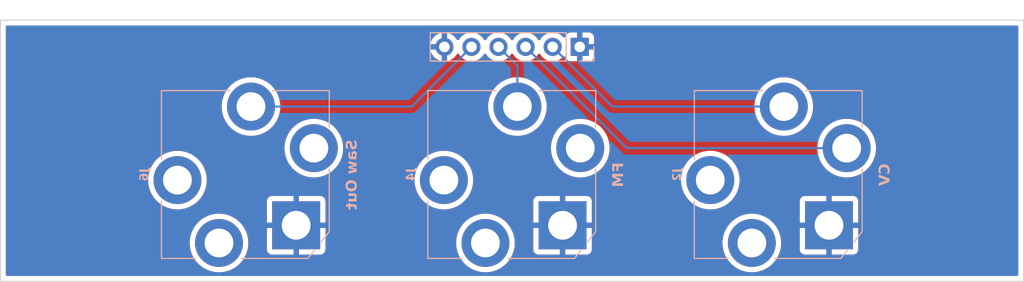
<source format=kicad_pcb>
(kicad_pcb (version 20241229) (generator "pcbnew") (generator_version "9.0")
  (layers (0 "F.Cu" signal) (2 "B.Cu" signal) (13 "F.Paste" user) (15 "B.Paste" user) (5 "F.SilkS" user "F.Silkscreen") (7 "B.SilkS" user "B.Silkscreen") (1 "F.Mask" user) (3 "B.Mask" user) (25 "Edge.Cuts" user))
  (net 0 "")
  (net 1 "GND")
  (net 4 "Net-(J3-Pin_3)")
  (net 5 "Net-(J3-Pin_2)")
  (net 6 "Net-(J3-Pin_4)")
  (net 7 "Net-(J3-Pin_5)")
  (footprint "AO_tht:PinHeader_1x06_P2.54mm_Vertical_Centered" (layer "B.Cu") (at 106.49 202.76 90)
    (property "Reference" "J3" (hide yes))
    (property "Value" "01x06_Pin")
    (fp_line (start -1.33 -7.68) (end 1.33 -7.68) (stroke (width 0.12)) (layer "B.SilkS"))
    (fp_line (start 1.33 5.08) (end 1.33 -7.68) (stroke (width 0.12)) (layer "B.SilkS"))
    (fp_line (start -1.33 5.08) (end -1.33 -7.68) (stroke (width 0.12)) (layer "B.SilkS"))
    (fp_line (start -1.33 5.08) (end 1.33 5.08) (stroke (width 0.12)) (layer "B.SilkS"))
    (fp_line (start -1.33 6.35) (end -1.33 7.68) (stroke (width 0.12)) (layer "B.SilkS"))
    (fp_line (start -1.33 7.68) (end 0 7.68) (stroke (width 0.12)) (layer "B.SilkS"))
    (pad "1" thru_hole rect (at 0 6.35 90) (size 1.7 1.7) (drill 1) (layers "*.Cu" "*.Mask") (net 1 "GND"))
    (pad "2" thru_hole oval (at 0 3.81 90) (size 1.7 1.7) (drill 1) (layers "*.Cu" "*.Mask") (net 5 "Net-(J3-Pin_2)"))
    (pad "3" thru_hole oval (at 0 1.27 90) (size 1.7 1.7) (drill 1) (layers "*.Cu" "*.Mask") (net 4 "Net-(J3-Pin_3)"))
    (pad "4" thru_hole oval (at 0 -1.27 90) (size 1.7 1.7) (drill 1) (layers "*.Cu" "*.Mask") (net 6 "Net-(J3-Pin_4)"))
    (pad "5" thru_hole oval (at 0 -3.81 90) (size 1.7 1.7) (drill 1) (layers "*.Cu" "*.Mask") (net 7 "Net-(J3-Pin_5)"))
    (pad "6" thru_hole oval (at 0 -6.35 90) (size 1.7 1.7) (drill 1) (layers "*.Cu" "*.Mask") (net 1 "GND"))
  )
  (footprint "AO_tht:Jack_6.35mm_PJ_629HAN" (layer "B.Cu") (at 81.49 214.76 -90)
    (property "Reference" "J6" (at 0 9.5 90) (layer "B.SilkS") (effects (font (size 0.8 0.8) (thickness 0.16) (bold yes)) (justify mirror)))
    (property "Value" "Saw Out" (at 0 -10 90) (layer "B.SilkS") (effects (font (thickness 0.2) (bold yes)) (justify mirror)))
    (fp_line (start -7.9 7.9) (end -1.5 7.9) (stroke (width 0.12)) (layer "B.SilkS"))
    (fp_line (start 2.5 7.9) (end 7.85 7.9) (stroke (width 0.12)) (layer "B.SilkS"))
    (fp_line (start 7.85 7.9) (end 7.85 4.7) (stroke (width 0.12)) (layer "B.SilkS"))
    (fp_line (start -7.9 1.5) (end -7.9 7.9) (stroke (width 0.12)) (layer "B.SilkS"))
    (fp_line (start 7.85 0.4) (end 7.85 -5.8) (stroke (width 0.12)) (layer "B.SilkS"))
    (fp_line (start 7.85 -5.8) (end 7.85 -5.85) (stroke (width 0.12)) (layer "B.SilkS"))
    (fp_line (start 7.85 -5.85) (end 7.11 -6.44) (stroke (width 0.12)) (layer "B.SilkS"))
    (fp_line (start 6.29 -7.09) (end 5.35 -7.85) (stroke (width 0.12)) (layer "B.SilkS"))
    (fp_line (start -7.9 -7.85) (end -7.9 -2.5) (stroke (width 0.12)) (layer "B.SilkS"))
    (fp_line (start -4.5 -7.85) (end -7.9 -7.85) (stroke (width 0.12)) (layer "B.SilkS"))
    (fp_line (start 5.35 -7.85) (end -0.5 -7.85) (stroke (width 0.12)) (layer "B.SilkS"))
    (pad "R" thru_hole circle (at 0.5 6.4 270) (size 4.500001 4.500001) (drill 2.7) (layers "*.Cu" "*.Mask"))
    (pad "RN" thru_hole circle (at 6.4 2.5 270) (size 4.500001 4.500001) (drill 2.7) (layers "*.Cu" "*.Mask"))
    (pad "S" thru_hole rect (at 4.74 -4.74 270) (size 4.500001 4.500001) (drill 2.7) (layers "*.Cu" "*.Mask") (net 1 "GND"))
    (pad "T" thru_hole circle (at -6.4 -0.5 270) (size 4.5 4.5) (drill 2.7) (layers "*.Cu" "*.Mask") (net 7 "Net-(J3-Pin_5)"))
    (pad "TN" thru_hole circle (at -2.5 -6.4 270) (size 4.5 4.5) (drill 2.7) (layers "*.Cu" "*.Mask"))
  )
  (footprint "AO_tht:Jack_6.35mm_PJ_629HAN" (layer "B.Cu") (at 106.49 214.76 -90)
    (property "Reference" "J4" (at 0 9.5 90) (layer "B.SilkS") (effects (font (size 0.8 0.8) (thickness 0.16) (bold yes)) (justify mirror)))
    (property "Value" "FM" (at 0 -10 90) (layer "B.SilkS") (effects (font (thickness 0.2) (bold yes)) (justify mirror)))
    (fp_line (start -7.9 7.9) (end -1.5 7.9) (stroke (width 0.12)) (layer "B.SilkS"))
    (fp_line (start 2.5 7.9) (end 7.85 7.9) (stroke (width 0.12)) (layer "B.SilkS"))
    (fp_line (start 7.85 7.9) (end 7.85 4.7) (stroke (width 0.12)) (layer "B.SilkS"))
    (fp_line (start -7.9 1.5) (end -7.9 7.9) (stroke (width 0.12)) (layer "B.SilkS"))
    (fp_line (start 7.85 0.4) (end 7.85 -5.8) (stroke (width 0.12)) (layer "B.SilkS"))
    (fp_line (start 7.85 -5.8) (end 7.85 -5.85) (stroke (width 0.12)) (layer "B.SilkS"))
    (fp_line (start 7.85 -5.85) (end 7.11 -6.44) (stroke (width 0.12)) (layer "B.SilkS"))
    (fp_line (start 6.29 -7.09) (end 5.35 -7.85) (stroke (width 0.12)) (layer "B.SilkS"))
    (fp_line (start -7.9 -7.85) (end -7.9 -2.5) (stroke (width 0.12)) (layer "B.SilkS"))
    (fp_line (start -4.5 -7.85) (end -7.9 -7.85) (stroke (width 0.12)) (layer "B.SilkS"))
    (fp_line (start 5.35 -7.85) (end -0.5 -7.85) (stroke (width 0.12)) (layer "B.SilkS"))
    (pad "R" thru_hole circle (at 0.5 6.4 270) (size 4.500001 4.500001) (drill 2.7) (layers "*.Cu" "*.Mask"))
    (pad "RN" thru_hole circle (at 6.4 2.5 270) (size 4.500001 4.500001) (drill 2.7) (layers "*.Cu" "*.Mask"))
    (pad "S" thru_hole rect (at 4.74 -4.74 270) (size 4.500001 4.500001) (drill 2.7) (layers "*.Cu" "*.Mask") (net 1 "GND"))
    (pad "T" thru_hole circle (at -6.4 -0.5 270) (size 4.5 4.5) (drill 2.7) (layers "*.Cu" "*.Mask") (net 6 "Net-(J3-Pin_4)"))
    (pad "TN" thru_hole circle (at -2.5 -6.4 270) (size 4.5 4.5) (drill 2.7) (layers "*.Cu" "*.Mask"))
  )
  (footprint "AO_tht:Jack_6.35mm_PJ_629HAN" (layer "B.Cu") (at 131.49 214.76 -90)
    (property "Reference" "J2" (at 0 9.5 90) (layer "B.SilkS") (effects (font (size 0.8 0.8) (thickness 0.16) (bold yes)) (justify mirror)))
    (property "Value" "CV" (at 0 -10 90) (layer "B.SilkS") (effects (font (thickness 0.2) (bold yes)) (justify mirror)))
    (fp_line (start -7.9 7.9) (end -1.5 7.9) (stroke (width 0.12)) (layer "B.SilkS"))
    (fp_line (start 2.5 7.9) (end 7.85 7.9) (stroke (width 0.12)) (layer "B.SilkS"))
    (fp_line (start 7.85 7.9) (end 7.85 4.7) (stroke (width 0.12)) (layer "B.SilkS"))
    (fp_line (start -7.9 1.5) (end -7.9 7.9) (stroke (width 0.12)) (layer "B.SilkS"))
    (fp_line (start 7.85 0.4) (end 7.85 -5.8) (stroke (width 0.12)) (layer "B.SilkS"))
    (fp_line (start 7.85 -5.8) (end 7.85 -5.85) (stroke (width 0.12)) (layer "B.SilkS"))
    (fp_line (start 7.85 -5.85) (end 7.11 -6.44) (stroke (width 0.12)) (layer "B.SilkS"))
    (fp_line (start 6.29 -7.09) (end 5.35 -7.85) (stroke (width 0.12)) (layer "B.SilkS"))
    (fp_line (start -7.9 -7.85) (end -7.9 -2.5) (stroke (width 0.12)) (layer "B.SilkS"))
    (fp_line (start -4.5 -7.85) (end -7.9 -7.85) (stroke (width 0.12)) (layer "B.SilkS"))
    (fp_line (start 5.35 -7.85) (end -0.5 -7.85) (stroke (width 0.12)) (layer "B.SilkS"))
    (pad "R" thru_hole circle (at 0.5 6.4 270) (size 4.500001 4.500001) (drill 2.7) (layers "*.Cu" "*.Mask"))
    (pad "RN" thru_hole circle (at 6.4 2.5 270) (size 4.500001 4.500001) (drill 2.7) (layers "*.Cu" "*.Mask"))
    (pad "S" thru_hole rect (at 4.74 -4.74 270) (size 4.500001 4.500001) (drill 2.7) (layers "*.Cu" "*.Mask") (net 1 "GND"))
    (pad "T" thru_hole circle (at -6.4 -0.5 270) (size 4.5 4.5) (drill 2.7) (layers "*.Cu" "*.Mask") (net 5 "Net-(J3-Pin_2)"))
    (pad "TN" thru_hole circle (at -2.5 -6.4 270) (size 4.5 4.5) (drill 2.7) (layers "*.Cu" "*.Mask") (net 4 "Net-(J3-Pin_3)"))
  )
  (gr_rect (start 58.49 200.25) (end 154.49 224.76) (stroke (width 0.1)) (fill no) (layer "Edge.Cuts"))
  (segment (start 117.26 212.26) (end 107.76 202.76) (width 0.2) (layer "B.Cu") (net 4))
  (segment (start 137.89 212.26) (end 117.26 212.26) (width 0.2) (layer "B.Cu") (net 4))
  (segment (start 115.9 208.36) (end 110.3 202.76) (width 0.2) (layer "B.Cu") (net 5))
  (segment (start 131.99 208.36) (end 115.9 208.36) (width 0.2) (layer "B.Cu") (net 5))
  (segment (start 106.99 204.53) (end 105.22 202.76) (width 0.2) (layer "B.Cu") (net 6))
  (segment (start 106.99 208.36) (end 106.99 204.53) (width 0.2) (layer "B.Cu") (net 6))
  (segment (start 81.99 208.36) (end 97.08 208.36) (width 0.2) (layer "B.Cu") (net 7))
  (segment (start 97.08 208.36) (end 102.68 202.76) (width 0.2) (layer "B.Cu") (net 7))
  (zone (net 1) (net_name "GND") (layers "F.Cu" "B.Cu") (priority 1) (connect_pads (clearance 0.5)) (min_thickness 0.25) (fill yes (thermal_gap 0.5) (thermal_bridge_width 0.5))
    (polygon (pts (xy 154.49 224.76) (xy 154.49 200.25) (xy 58.49 200.25) (xy 58.49 224.76)))
  )
)
</source>
